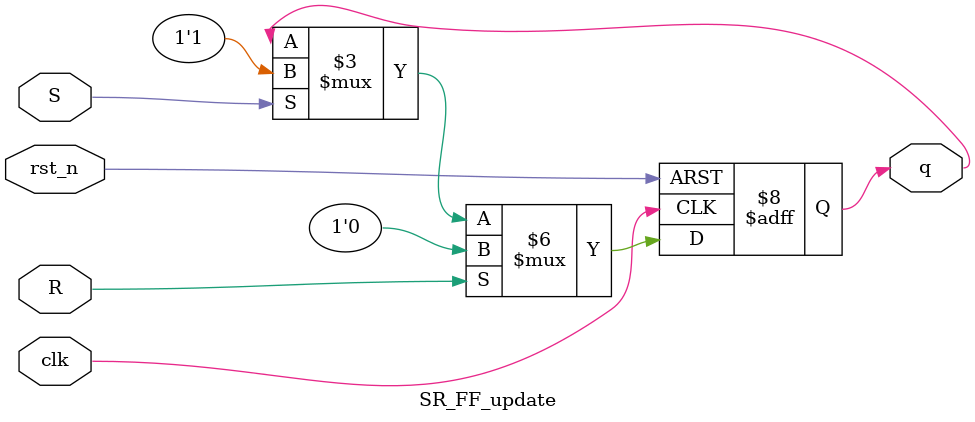
<source format=sv>
module latch(d,clk,q);
    input d,clk;
    output reg q; //using reg because q needs to store itself when clk is low

    // always block should be triggered when there is change in clk or d 
    // if only clk is there in senstivity list and d changes, the always block will not be triggered 
    always @(clk or d) begin 
        if (clk) 
            q = d; //replacing non blocking statement here, latch should be immediately updated as d is updated, when clk is high
    end
endmodule

module D_FF_sync_rst(d, clk, rst, q);
    input d, clk, rst;
    output reg q;

    always @(posedge clk) begin
        if (rst)
            q <= 0;
        else
            q <= d;
    end
endmodule

module D_FF_async_rst_en(d, clk, rst_n, en, q);
    input d, clk, en, rst_n;
    output reg q;

    //adding rst_n to sensitivy list, implementation of asynchronous reset
    always @(posedge clk or negedge rst_n) begin
        if (!rst_n)
            q <= 0;
        else if (en)
            q <= d;
    end
endmodule


module SR_FF(S, R, clk, rst_n, q);
    input S, R, clk, rst_n;
    output reg q;

    always @(posedge clk or negedge rst_n) begin
        if (!rst_n)
            q <= 0;
        else if (R)
            q <= 0;
        else if (S) //S will be checked only if R is not 1, giving R priority of S
            q <= 1;
    end
endmodule


//always_ff would enforce compiler to implement flop, 
//it will implement sequential only no combinational, no additional latch inference (which can happen in always_comb, always)
//For flip flop it is safe to use always_ff & for combinational is it good to use always_comb
//with proper sensitivity list (clk edge (if required reset)), always_ff will infer a flop

module SR_FF_update(S, R, clk, rst_n, q);
    input S, R, clk, rst_n;
    output reg q;

    always_ff @(posedge clk or negedge rst_n) begin
        if (!rst_n)
            q <= 0;
        else if (R)
            q <= 0;
        else if (S) //S will be checked only if R is not 1, giving R priority of S
            q <= 1;
    end
endmodule




</source>
